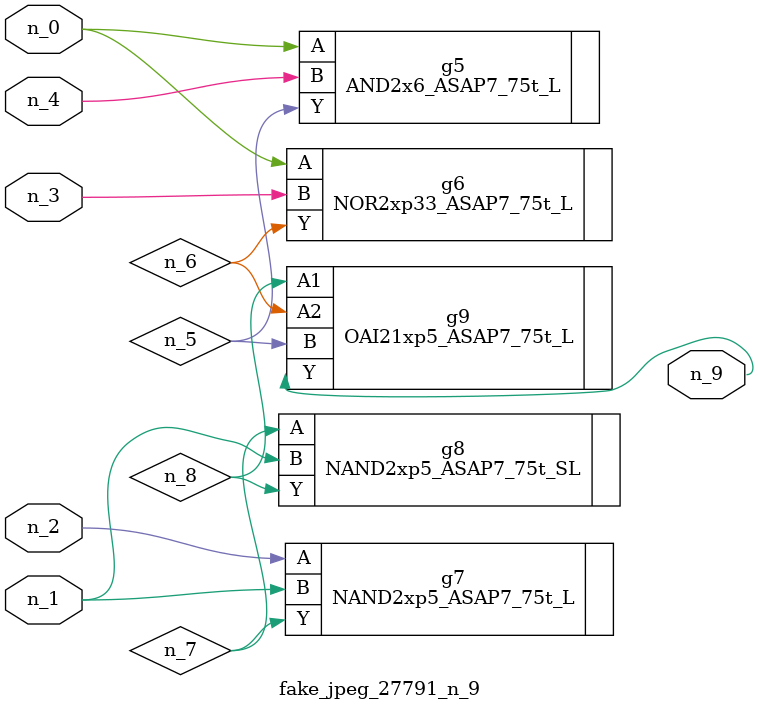
<source format=v>
module fake_jpeg_27791_n_9 (n_3, n_2, n_1, n_0, n_4, n_9);

input n_3;
input n_2;
input n_1;
input n_0;
input n_4;

output n_9;

wire n_8;
wire n_6;
wire n_5;
wire n_7;

AND2x6_ASAP7_75t_L g5 ( 
.A(n_0),
.B(n_4),
.Y(n_5)
);

NOR2xp33_ASAP7_75t_L g6 ( 
.A(n_0),
.B(n_3),
.Y(n_6)
);

NAND2xp5_ASAP7_75t_L g7 ( 
.A(n_2),
.B(n_1),
.Y(n_7)
);

NAND2xp5_ASAP7_75t_SL g8 ( 
.A(n_7),
.B(n_1),
.Y(n_8)
);

OAI21xp5_ASAP7_75t_L g9 ( 
.A1(n_8),
.A2(n_6),
.B(n_5),
.Y(n_9)
);


endmodule
</source>
